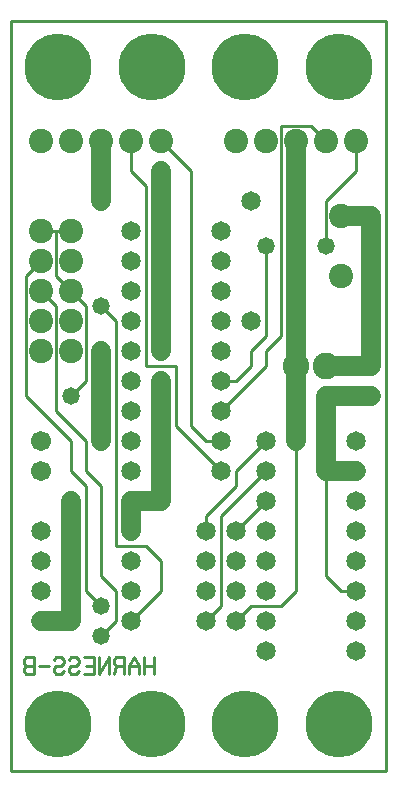
<source format=gbl>
%MOIN*%
%FSLAX25Y25*%
G04 D10 used for Character Trace; *
G04     Circle (OD=.01000) (No hole)*
G04 D11 used for Power Trace; *
G04     Circle (OD=.06700) (No hole)*
G04 D12 used for Signal Trace; *
G04     Circle (OD=.01100) (No hole)*
G04 D13 used for Via; *
G04     Circle (OD=.05800) (Round. Hole ID=.02800)*
G04 D14 used for Component hole; *
G04     Circle (OD=.06500) (Round. Hole ID=.03500)*
G04 D15 used for Component hole; *
G04     Circle (OD=.06700) (Round. Hole ID=.04300)*
G04 D16 used for Component hole; *
G04     Circle (OD=.08100) (Round. Hole ID=.05100)*
G04 D17 used for Component hole; *
G04     Circle (OD=.08900) (Round. Hole ID=.05900)*
G04 D18 used for Component hole; *
G04     Circle (OD=.11300) (Round. Hole ID=.08300)*
G04 D19 used for Component hole; *
G04     Circle (OD=.16000) (Round. Hole ID=.13000)*
G04 D20 used for Component hole; *
G04     Circle (OD=.18300) (Round. Hole ID=.15300)*
G04 D21 used for Component hole; *
G04     Circle (OD=.22291) (Round. Hole ID=.19291)*
%ADD10C,.01000*%
%ADD11C,.06700*%
%ADD12C,.01100*%
%ADD13C,.05800*%
%ADD14C,.06500*%
%ADD15C,.06700*%
%ADD16C,.08100*%
%ADD17C,.08900*%
%ADD18C,.11300*%
%ADD19C,.16000*%
%ADD20C,.18300*%
%ADD21C,.22291*%
%IPPOS*%
%LPD*%
G90*X0Y0D02*D21*X15625Y15625D03*D10*              
X47511Y32129D02*Y37871D01*X44163Y32129D02*        
Y37871D01*X47511Y35000D02*X44163D01*              
X42511Y32129D02*Y35000D01*X40837Y37871D01*        
X39163Y35000D01*Y32129D01*X42511Y35000D02*        
X39163D01*X37511Y32129D02*Y37871D01*X35000D01*    
X34163Y36914D01*Y35957D01*X35000Y35000D01*        
X37511D01*X35000D02*X34163Y32129D01*X32511D02*    
Y37871D01*X29163Y32129D01*Y37871D01*              
X24163Y32129D02*X27511D01*Y37871D01*X24163D01*    
X27511Y35000D02*X25000D01*X19163Y36914D02*        
X20000Y37871D01*X21674D01*X22511Y36914D01*        
Y35957D01*X21674Y35000D01*X20000D01*              
X19163Y34043D01*Y33086D01*X20000Y32129D01*        
X21674D01*X22511Y33086D01*X14163Y36914D02*        
X15000Y37871D01*X16674D01*X17511Y36914D01*        
Y35957D01*X16674Y35000D01*X15000D01*              
X14163Y34043D01*Y33086D01*X15000Y32129D01*        
X16674D01*X17511Y33086D01*X12511Y35000D02*        
X9163D01*X7511Y32129D02*Y37871D01*X5000D01*       
X4163Y36914D01*Y35957D01*X5000Y35000D01*          
X4163Y34043D01*Y33086D01*X5000Y32129D01*X7511D01* 
Y35000D02*X5000D01*D13*X30000Y45000D03*D12*       
X35000Y50000D01*Y60000D01*X30000Y65000D01*        
Y95000D01*X25000Y100000D01*Y110000D01*            
X15000Y120000D01*Y155000D01*X10000Y160000D01*D16* 
D03*D12*X20000D02*X15000Y165000D01*D16*           
X20000Y160000D03*D12*X25000Y155000D01*Y130000D01* 
X20000Y125000D01*D13*D03*X30000Y140000D03*D11*    
Y110000D01*D13*D03*D14*X40000Y100000D03*          
Y120000D03*D12*X25000Y95000D02*X20000Y100000D01*  
X25000Y60000D02*Y95000D01*X30000Y55000D02*        
X25000Y60000D01*D13*X30000Y55000D03*D14*          
X40000Y50000D03*D12*X50000Y60000D01*Y70000D01*    
X45000Y75000D01*X35000D01*Y150000D01*             
X30000Y155000D01*D13*D03*D14*X40000Y150000D03*    
Y160000D03*D16*X20000Y150000D03*D14*              
X40000Y170000D03*D12*X15000Y165000D02*Y180000D01* 
X10000D01*D16*D03*D12*X15000D02*X20000D01*D16*D03*
D13*X30000Y190000D03*D11*Y210000D01*D16*D03*D12*  
X45000Y195000D02*X40000Y200000D01*                
X45000Y135000D02*Y195000D01*Y135000D02*X55000D01* 
Y115000D01*X70000Y100000D01*D14*D03*D12*          
X65000Y85000D02*X75000Y95000D01*X65000Y80000D02*  
Y85000D01*D14*Y80000D03*D12*X70000Y55000D02*      
Y85000D01*X65000Y50000D02*X70000Y55000D01*D14*    
X65000Y50000D03*X75000Y60000D03*Y50000D03*D12*    
X80000Y55000D01*X90000D01*X95000Y60000D01*        
Y110000D01*D13*D03*D11*Y135000D01*D17*D03*D11*    
Y190000D01*D13*D03*D11*Y210000D01*D16*D03*D12*    
X105000D02*X100000Y215000D01*D16*                 
X105000Y210000D03*D12*X90000Y215000D02*X100000D01*
X90000Y145000D02*Y215000D01*X85000Y140000D02*     
X90000Y145000D01*X85000Y135000D02*Y140000D01*     
X70000Y120000D02*X85000Y135000D01*D14*            
X70000Y120000D03*D12*Y130000D02*X75000D01*D14*    
X70000D03*D12*X75000D02*X80000Y135000D01*         
Y140000D01*X85000Y145000D01*Y175000D01*D13*D03*   
D14*X70000Y160000D03*Y180000D03*X80000Y190000D03* 
X70000Y170000D03*D13*X105000Y175000D03*D12*       
Y190000D01*X115000Y200000D01*Y210000D01*D16*D03*  
X110000Y185000D03*D11*X120000D01*Y135000D01*      
X105000D01*D17*D03*D11*Y100000D02*Y125000D01*D12* 
Y65000D02*Y100000D01*X110000Y60000D02*            
X105000Y65000D01*X110000Y60000D02*X115000D01*D14* 
D03*Y70000D03*Y50000D03*Y80000D03*Y40000D03*      
X85000Y90000D03*D12*X75000Y80000D01*D14*D03*D12*  
X70000Y85000D02*X85000Y100000D01*D14*D03*         
Y110000D03*D12*X75000Y100000D01*Y95000D01*D14*    
X70000Y110000D03*D12*X65000D01*X60000Y115000D01*  
Y200000D01*X50000Y210000D01*D16*D03*D12*          
X40000Y200000D02*Y210000D01*D16*D03*D13*          
X50000Y200000D03*D11*Y140000D01*D13*D03*D14*      
X40000Y130000D03*Y140000D03*D13*X50000Y130000D03* 
D11*Y90000D01*X40000D01*Y80000D01*D14*D03*        
Y70000D03*D12*X20000Y100000D02*Y110000D01*        
X5000Y125000D01*Y165000D01*X10000Y170000D01*D16*  
D03*X20000D03*X10000Y150000D03*Y140000D03*D14*    
X40000Y180000D03*D16*X20000Y140000D03*Y210000D03* 
X10000D03*D14*X70000Y140000D03*Y150000D03*D15*    
X10000Y110000D03*D14*X40000D03*D21*               
X46875Y234375D03*X15625D03*D16*X75000Y210000D03*  
D14*X80000Y150000D03*D15*X10000Y100000D03*D21*    
X78125Y234375D03*D16*X85000Y210000D03*D12*X0Y0D02*
Y250000D01*Y0D02*X125000D01*Y250000D01*X0D01*D16* 
X110000Y165000D03*D21*X109375Y234375D03*D11*      
X105000Y125000D02*X120000D01*D13*D03*D14*         
X115000Y110000D03*D11*X105000Y100000D02*          
X115000D01*D14*D03*Y90000D03*X85000Y70000D03*     
Y80000D03*Y60000D03*X75000Y70000D03*              
X85000Y50000D03*X65000Y70000D03*Y60000D03*        
X85000Y40000D03*X40000Y60000D03*D21*              
X46875Y15625D03*X78125D03*X109375D03*D13*         
X20000Y90000D03*D11*Y50000D01*X10000D01*D14*D03*  
Y60000D03*Y70000D03*Y80000D03*M02*                

</source>
